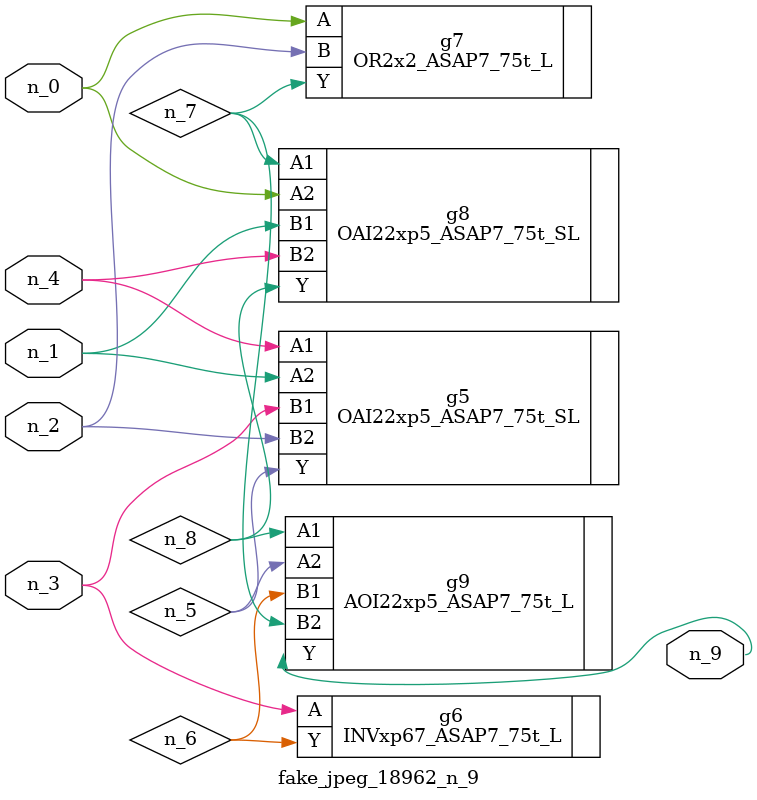
<source format=v>
module fake_jpeg_18962_n_9 (n_3, n_2, n_1, n_0, n_4, n_9);

input n_3;
input n_2;
input n_1;
input n_0;
input n_4;

output n_9;

wire n_8;
wire n_6;
wire n_5;
wire n_7;

OAI22xp5_ASAP7_75t_SL g5 ( 
.A1(n_4),
.A2(n_1),
.B1(n_3),
.B2(n_2),
.Y(n_5)
);

INVxp67_ASAP7_75t_L g6 ( 
.A(n_3),
.Y(n_6)
);

OR2x2_ASAP7_75t_L g7 ( 
.A(n_0),
.B(n_2),
.Y(n_7)
);

OAI22xp5_ASAP7_75t_SL g8 ( 
.A1(n_7),
.A2(n_0),
.B1(n_1),
.B2(n_4),
.Y(n_8)
);

AOI22xp5_ASAP7_75t_L g9 ( 
.A1(n_8),
.A2(n_5),
.B1(n_6),
.B2(n_7),
.Y(n_9)
);


endmodule
</source>
